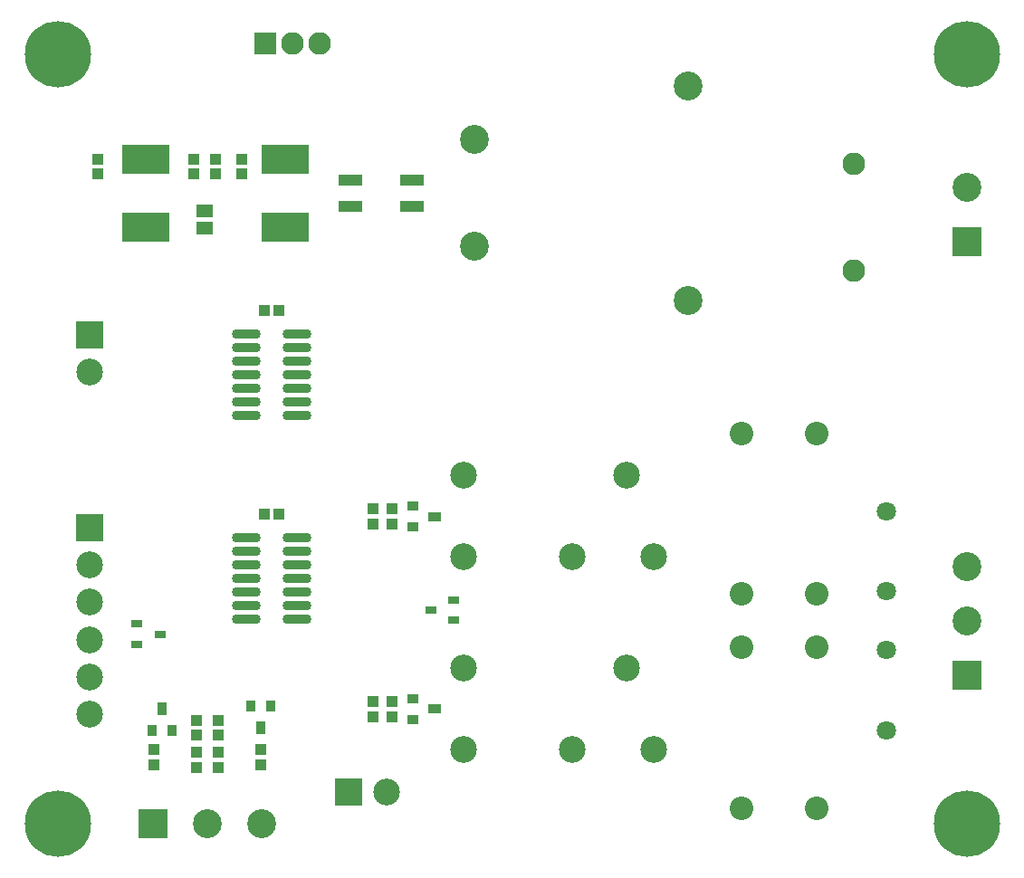
<source format=gts>
G04 Layer_Color=8388736*
%FSLAX44Y44*%
%MOMM*%
G71*
G01*
G75*
%ADD44R,0.8532X1.3032*%
%ADD45R,0.8532X1.1032*%
%ADD46R,1.0532X0.8032*%
%ADD47R,4.4032X2.8032*%
%ADD48R,1.1032X1.0032*%
%ADD49R,2.2032X1.0032*%
%ADD50R,1.5032X1.2032*%
%ADD51O,2.7032X0.9032*%
%ADD52R,1.3032X0.8532*%
%ADD53R,1.1032X0.8532*%
%ADD54R,1.0032X1.1032*%
%ADD55R,2.5032X2.5032*%
%ADD56C,2.5032*%
%ADD57C,2.7032*%
%ADD58R,2.7032X2.7032*%
%ADD59C,2.2032*%
%ADD60C,2.1032*%
%ADD61R,2.7032X2.7032*%
%ADD62R,2.1032X2.1032*%
%ADD63C,1.8032*%
%ADD64C,6.2032*%
%ADD65R,2.5032X2.5032*%
D44*
X147500Y157875D02*
D03*
X240000Y139625D02*
D03*
D45*
X157000Y137125D02*
D03*
X138000D02*
D03*
X230500Y160375D02*
D03*
X249500D02*
D03*
D46*
X145750Y227500D02*
D03*
X124250Y218000D02*
D03*
Y237000D02*
D03*
X399250Y250000D02*
D03*
X420750Y259500D02*
D03*
Y240500D02*
D03*
D47*
X132500Y672000D02*
D03*
Y608000D02*
D03*
X262500Y672000D02*
D03*
Y608000D02*
D03*
D48*
X87500Y672002D02*
D03*
Y658002D02*
D03*
X222500Y672002D02*
D03*
Y658002D02*
D03*
X197500Y672002D02*
D03*
Y658002D02*
D03*
X177500Y672002D02*
D03*
Y658002D02*
D03*
X362500Y164502D02*
D03*
Y150502D02*
D03*
X345000Y164502D02*
D03*
Y150502D02*
D03*
X240000Y105498D02*
D03*
Y119498D02*
D03*
X200000Y147002D02*
D03*
Y133002D02*
D03*
X140000Y105498D02*
D03*
Y119498D02*
D03*
X362500Y344502D02*
D03*
Y330502D02*
D03*
X180000Y147002D02*
D03*
Y133002D02*
D03*
X345000Y344502D02*
D03*
Y330502D02*
D03*
X200000Y117002D02*
D03*
Y103002D02*
D03*
X180000Y117002D02*
D03*
Y103002D02*
D03*
D49*
X324000Y652000D02*
D03*
Y628000D02*
D03*
X381000Y652000D02*
D03*
Y628000D02*
D03*
D50*
X187500Y623000D02*
D03*
Y607000D02*
D03*
D51*
X273500Y254600D02*
D03*
X226500Y318100D02*
D03*
Y305400D02*
D03*
Y292700D02*
D03*
Y280000D02*
D03*
Y267300D02*
D03*
Y254600D02*
D03*
Y241900D02*
D03*
X273500Y318100D02*
D03*
Y305400D02*
D03*
Y292700D02*
D03*
Y280000D02*
D03*
Y267300D02*
D03*
Y241900D02*
D03*
Y444600D02*
D03*
X226500Y508100D02*
D03*
Y495400D02*
D03*
Y482700D02*
D03*
Y470000D02*
D03*
Y457300D02*
D03*
Y444600D02*
D03*
Y431900D02*
D03*
X273500Y508100D02*
D03*
Y495400D02*
D03*
Y482700D02*
D03*
Y470000D02*
D03*
Y457300D02*
D03*
Y431900D02*
D03*
D52*
X402875Y157500D02*
D03*
Y337500D02*
D03*
D53*
X382125Y148000D02*
D03*
Y167000D02*
D03*
Y328000D02*
D03*
Y347000D02*
D03*
D54*
X257002Y340000D02*
D03*
X243002D02*
D03*
X257002Y530000D02*
D03*
X243002D02*
D03*
D55*
X322500Y80000D02*
D03*
D56*
X357500D02*
D03*
X430000Y300000D02*
D03*
X582400Y376200D02*
D03*
X607800Y300000D02*
D03*
X531600D02*
D03*
X430000Y376200D02*
D03*
Y120000D02*
D03*
X582400Y196200D02*
D03*
X607800Y120000D02*
D03*
X531600D02*
D03*
X430000Y196200D02*
D03*
X80000Y472500D02*
D03*
Y152500D02*
D03*
Y187500D02*
D03*
Y292501D02*
D03*
Y257500D02*
D03*
Y222501D02*
D03*
D57*
X900000Y290800D02*
D03*
Y240000D02*
D03*
X900000Y645400D02*
D03*
X240800Y50000D02*
D03*
X190000D02*
D03*
X640000Y540000D02*
D03*
Y740000D02*
D03*
X440000Y690000D02*
D03*
Y590000D02*
D03*
D58*
X900000Y189200D02*
D03*
X900000Y594600D02*
D03*
D59*
X760000Y415000D02*
D03*
Y265000D02*
D03*
Y65000D02*
D03*
Y215000D02*
D03*
X690000Y265000D02*
D03*
Y415000D02*
D03*
X690000Y215000D02*
D03*
Y65000D02*
D03*
D60*
X795000Y667500D02*
D03*
Y567500D02*
D03*
X295400Y780000D02*
D03*
X270000D02*
D03*
D61*
X139200Y50000D02*
D03*
D62*
X244600Y780000D02*
D03*
D63*
X825000Y342500D02*
D03*
Y267500D02*
D03*
Y137500D02*
D03*
Y212500D02*
D03*
D64*
X50000Y770000D02*
D03*
X900000D02*
D03*
X50000Y50000D02*
D03*
X900000D02*
D03*
D65*
X80000Y507500D02*
D03*
Y327500D02*
D03*
M02*

</source>
